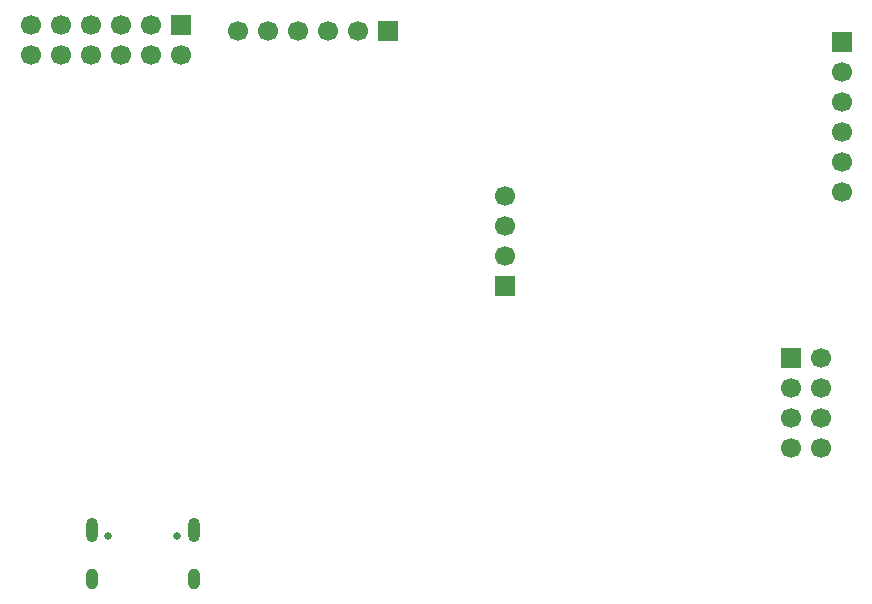
<source format=gbr>
%TF.GenerationSoftware,KiCad,Pcbnew,9.0.3*%
%TF.CreationDate,2025-07-12T13:39:52+12:00*%
%TF.ProjectId,RemiRAT,52656d69-5241-4542-9e6b-696361645f70,rev?*%
%TF.SameCoordinates,Original*%
%TF.FileFunction,Soldermask,Bot*%
%TF.FilePolarity,Negative*%
%FSLAX46Y46*%
G04 Gerber Fmt 4.6, Leading zero omitted, Abs format (unit mm)*
G04 Created by KiCad (PCBNEW 9.0.3) date 2025-07-12 13:39:52*
%MOMM*%
%LPD*%
G01*
G04 APERTURE LIST*
%ADD10C,0.650000*%
%ADD11O,1.000000X2.100000*%
%ADD12O,1.000000X1.800000*%
%ADD13R,1.700000X1.700000*%
%ADD14C,1.700000*%
G04 APERTURE END LIST*
D10*
%TO.C,J1*%
X125410000Y-114712500D03*
X131190000Y-114712500D03*
D11*
X123980000Y-114212500D03*
D12*
X123980000Y-118392500D03*
D11*
X132620000Y-114212500D03*
D12*
X132620000Y-118392500D03*
%TD*%
D13*
%TO.C,J3*%
X187500000Y-72920000D03*
D14*
X187500000Y-75460000D03*
X187500000Y-78000000D03*
X187500000Y-80540000D03*
X187500000Y-83080000D03*
X187500000Y-85620000D03*
%TD*%
D13*
%TO.C,J9*%
X183225000Y-99690000D03*
D14*
X185765000Y-99690000D03*
X183225000Y-102230000D03*
X185765000Y-102230000D03*
X183225000Y-104770000D03*
X185765000Y-104770000D03*
X183225000Y-107310000D03*
X185765000Y-107310000D03*
%TD*%
D13*
%TO.C,J7*%
X159000000Y-93580000D03*
D14*
X159000000Y-91040000D03*
X159000000Y-88500000D03*
X159000000Y-85960000D03*
%TD*%
D13*
%TO.C,J8*%
X131540000Y-71460000D03*
D14*
X131540000Y-74000000D03*
X129000000Y-71460000D03*
X129000000Y-74000000D03*
X126460000Y-71460000D03*
X126460000Y-74000000D03*
X123920000Y-71460000D03*
X123920000Y-74000000D03*
X121380000Y-71460000D03*
X121380000Y-74000000D03*
X118840000Y-71460000D03*
X118840000Y-74000000D03*
%TD*%
D13*
%TO.C,J6*%
X149080000Y-72000000D03*
D14*
X146540000Y-72000000D03*
X144000000Y-72000000D03*
X141460000Y-72000000D03*
X138920000Y-72000000D03*
X136380000Y-72000000D03*
%TD*%
M02*

</source>
